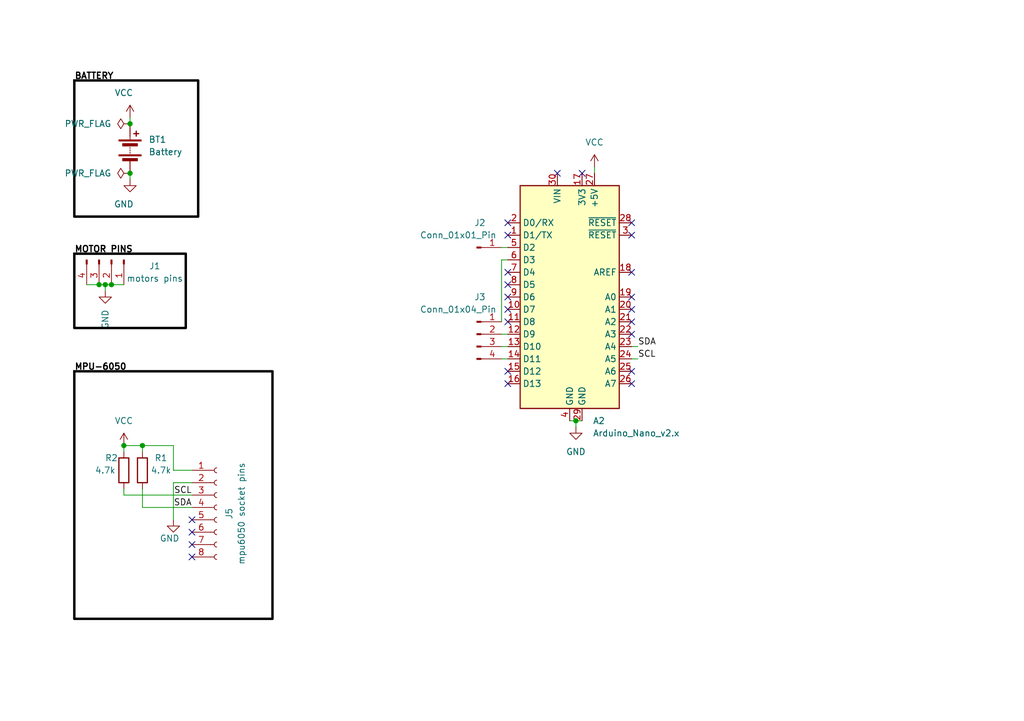
<source format=kicad_sch>
(kicad_sch (version 20230121) (generator eeschema)
  (paper "A5")
  (title_block (title "Arduino Nano Drone") (date "2023-09-20") (rev "0") (company "N/A") (comment 1 "N/A"))
  (lib_symbols
    (symbol "Connector:Conn_01x01_Pin" (pin_names (offset 1.016) hide)
      (property "Reference" "J" (at 0 2.54 0))
      (property "Value" "Conn_01x01_Pin" (at 0 -2.54 0))
      (symbol "Conn_01x01_Pin_1_1"
        (polyline (pts (xy 1.27 0) (xy 0.8636 0)) (stroke (width 0.1524)))
        (rectangle (start 0.8636 0.127) (end 0 -0.127) (stroke (width 0.1524)) (fill (type outline)))
        (pin passive line (at 5.08 0 180) (length 3.81) (name "Pin_1") (number "1"))
      )
    )
    (symbol "Connector:Conn_01x04_Pin" (pin_names (offset 1.016) hide)
      (property "Reference" "J" (at 0 5.08 0))
      (property "Value" "Conn_01x04_Pin" (at 0 -7.62 0))
      (symbol "Conn_01x04_Pin_1_1"
        (polyline (pts (xy 1.27 -5.08) (xy 0.8636 -5.08)) (stroke (width 0.1524)))
        (polyline (pts (xy 1.27 -2.54) (xy 0.8636 -2.54)) (stroke (width 0.1524)))
        (polyline (pts (xy 1.27 0) (xy 0.8636 0)) (stroke (width 0.1524)))
        (polyline (pts (xy 1.27 2.54) (xy 0.8636 2.54)) (stroke (width 0.1524)))
        (rectangle (start 0.8636 -4.953) (end 0 -5.207) (stroke (width 0.1524)) (fill (type outline)))
        (rectangle (start 0.8636 -2.413) (end 0 -2.667) (stroke (width 0.1524)) (fill (type outline)))
        (rectangle (start 0.8636 0.127) (end 0 -0.127) (stroke (width 0.1524)) (fill (type outline)))
        (rectangle (start 0.8636 2.667) (end 0 2.413) (stroke (width 0.1524)) (fill (type outline)))
        (pin passive line (at 5.08 2.54 180) (length 3.81) (name "Pin_1") (number "1"))
        (pin passive line (at 5.08 0 180) (length 3.81) (name "Pin_2") (number "2"))
        (pin passive line (at 5.08 -2.54 180) (length 3.81) (name "Pin_3") (number "3"))
        (pin passive line (at 5.08 -5.08 180) (length 3.81) (name "Pin_4") (number "4"))
      )
    )
    (symbol "Connector:Conn_01x08_Socket" (pin_names (offset 1.016) hide)
      (property "Reference" "J" (at 0 10.16 0))
      (property "Value" "Conn_01x08_Socket" (at 0 -12.7 0))
      (symbol "Conn_01x08_Socket_1_1"
        (arc (start 0 -9.652) (mid -0.5058 -10.16) (end 0 -10.668) (stroke (width 0.1524)))
        (arc (start 0 -7.112) (mid -0.5058 -7.62) (end 0 -8.128) (stroke (width 0.1524)))
        (arc (start 0 -4.572) (mid -0.5058 -5.08) (end 0 -5.588) (stroke (width 0.1524)))
        (arc (start 0 -2.032) (mid -0.5058 -2.54) (end 0 -3.048) (stroke (width 0.1524)))
        (polyline (pts (xy -1.27 -10.16) (xy -0.508 -10.16)) (stroke (width 0.1524)))
        (polyline (pts (xy -1.27 -7.62) (xy -0.508 -7.62)) (stroke (width 0.1524)))
        (polyline (pts (xy -1.27 -5.08) (xy -0.508 -5.08)) (stroke (width 0.1524)))
        (polyline (pts (xy -1.27 -2.54) (xy -0.508 -2.54)) (stroke (width 0.1524)))
        (polyline (pts (xy -1.27 0) (xy -0.508 0)) (stroke (width 0.1524)))
        (polyline (pts (xy -1.27 2.54) (xy -0.508 2.54)) (stroke (width 0.1524)))
        (polyline (pts (xy -1.27 5.08) (xy -0.508 5.08)) (stroke (width 0.1524)))
        (polyline (pts (xy -1.27 7.62) (xy -0.508 7.62)) (stroke (width 0.1524)))
        (arc (start 0 0.508) (mid -0.5058 0) (end 0 -0.508) (stroke (width 0.1524)))
        (arc (start 0 3.048) (mid -0.5058 2.54) (end 0 2.032) (stroke (width 0.1524)))
        (arc (start 0 5.588) (mid -0.5058 5.08) (end 0 4.572) (stroke (width 0.1524)))
        (arc (start 0 8.128) (mid -0.5058 7.62) (end 0 7.112) (stroke (width 0.1524)))
        (pin passive line (at -5.08 7.62 0) (length 3.81) (name "Pin_1") (number "1"))
        (pin passive line (at -5.08 5.08 0) (length 3.81) (name "Pin_2") (number "2"))
        (pin passive line (at -5.08 2.54 0) (length 3.81) (name "Pin_3") (number "3"))
        (pin passive line (at -5.08 0 0) (length 3.81) (name "Pin_4") (number "4"))
        (pin passive line (at -5.08 -2.54 0) (length 3.81) (name "Pin_5") (number "5"))
        (pin passive line (at -5.08 -5.08 0) (length 3.81) (name "Pin_6") (number "6"))
        (pin passive line (at -5.08 -7.62 0) (length 3.81) (name "Pin_7") (number "7"))
        (pin passive line (at -5.08 -10.16 0) (length 3.81) (name "Pin_8") (number "8"))
      )
    )
    (symbol "Device:Battery" (pin_numbers hide) (pin_names (offset 0) hide)
      (property "Reference" "BT" (at 2.54 2.54 0))
      (property "Value" "Battery" (at 2.54 0 0))
      (symbol "Battery_0_1"
        (rectangle (start -2.286 -1.27) (end 2.286 -1.524) (fill (type outline)))
        (rectangle (start -2.286 1.778) (end 2.286 1.524) (fill (type outline)))
        (rectangle (start -1.524 -2.032) (end 1.524 -2.54) (fill (type outline)))
        (rectangle (start -1.524 1.016) (end 1.524 0.508) (fill (type outline)))
        (polyline (pts (xy 0 -1.016) (xy 0 -0.762)))
        (polyline (pts (xy 0 -0.508) (xy 0 -0.254)))
        (polyline (pts (xy 0 0) (xy 0 0.254)))
        (polyline (pts (xy 0 1.778) (xy 0 2.54)))
        (polyline (pts (xy 0.762 3.048) (xy 1.778 3.048)) (stroke (width 0.254)))
        (polyline (pts (xy 1.27 3.556) (xy 1.27 2.54)) (stroke (width 0.254)))
      )
      (symbol "Battery_1_1"
        (pin passive line (at 0 5.08 270) (length 2.54) (name "+") (number "1"))
        (pin passive line (at 0 -5.08 90) (length 2.54) (name "-") (number "2"))
      )
    )
    (symbol "Device:R" (pin_numbers hide) (pin_names (offset 0))
      (property "Reference" "R" (at 2.032 0 90))
      (property "Value" "R" (at 0 0 90))
      (symbol "R_0_1"
        (rectangle (start -1.016 -2.54) (end 1.016 2.54) (stroke (width 0.254)))
      )
      (symbol "R_1_1"
        (pin passive line (at 0 3.81 270) (length 1.27) (name "~") (number "1"))
        (pin passive line (at 0 -3.81 90) (length 1.27) (name "~") (number "2"))
      )
    )
    (symbol "MCU_Module:Arduino_Nano_v2.x"
      (property "Reference" "A2" (at 4.7341 -25.4 0))
      (property "Value" "Arduino_Nano_v2.x" (at 4.7341 -27.94 0))
      (symbol "Arduino_Nano_v2.x_0_1"
        (rectangle (start -10.16 22.86) (end 10.16 -22.86) (stroke (width 0.254)) (fill (type background)))
      )
      (symbol "Arduino_Nano_v2.x_1_1"
        (pin bidirectional line (at -12.7 12.7 0) (length 2.54) (name "D1/TX") (number "1"))
        (pin bidirectional line (at -12.7 -2.54 0) (length 2.54) (name "D7") (number "10"))
        (pin bidirectional line (at -12.7 -5.08 0) (length 2.54) (name "D8") (number "11"))
        (pin bidirectional line (at -12.7 -7.62 0) (length 2.54) (name "D9") (number "12"))
        (pin bidirectional line (at -12.7 -10.16 0) (length 2.54) (name "D10") (number "13"))
        (pin bidirectional line (at -12.7 -12.7 0) (length 2.54) (name "D11") (number "14"))
        (pin bidirectional line (at -12.7 -15.24 0) (length 2.54) (name "D12") (number "15"))
        (pin bidirectional line (at -12.7 -17.78 0) (length 2.54) (name "D13") (number "16"))
        (pin power_out line (at 2.54 25.4 270) (length 2.54) (name "3V3") (number "17"))
        (pin input line (at 12.7 5.08 180) (length 2.54) (name "AREF") (number "18"))
        (pin bidirectional line (at 12.7 0 180) (length 2.54) (name "A0") (number "19"))
        (pin bidirectional line (at -12.7 15.24 0) (length 2.54) (name "D0/RX") (number "2"))
        (pin bidirectional line (at 12.7 -2.54 180) (length 2.54) (name "A1") (number "20"))
        (pin bidirectional line (at 12.7 -5.08 180) (length 2.54) (name "A2") (number "21"))
        (pin bidirectional line (at 12.7 -7.62 180) (length 2.54) (name "A3") (number "22"))
        (pin bidirectional line (at 12.7 -10.16 180) (length 2.54) (name "A4") (number "23"))
        (pin bidirectional line (at 12.7 -12.7 180) (length 2.54) (name "A5") (number "24"))
        (pin bidirectional line (at 12.7 -15.24 180) (length 2.54) (name "A6") (number "25"))
        (pin bidirectional line (at 12.7 -17.78 180) (length 2.54) (name "A7") (number "26"))
        (pin power_in line (at 5.08 25.4 270) (length 2.54) (name "+5V") (number "27"))
        (pin input line (at 12.7 15.24 180) (length 2.54) (name "~{RESET}") (number "28"))
        (pin power_in line (at 2.54 -25.4 90) (length 2.54) (name "GND") (number "29"))
        (pin input line (at 12.7 12.7 180) (length 2.54) (name "~{RESET}") (number "3"))
        (pin power_in line (at -2.54 25.4 270) (length 2.54) (name "VIN") (number "30"))
        (pin power_in line (at 0 -25.4 90) (length 2.54) (name "GND") (number "4"))
        (pin bidirectional line (at -12.7 10.16 0) (length 2.54) (name "D2") (number "5"))
        (pin bidirectional line (at -12.7 7.62 0) (length 2.54) (name "D3") (number "6"))
        (pin bidirectional line (at -12.7 5.08 0) (length 2.54) (name "D4") (number "7"))
        (pin bidirectional line (at -12.7 2.54 0) (length 2.54) (name "D5") (number "8"))
        (pin bidirectional line (at -12.7 0 0) (length 2.54) (name "D6") (number "9"))
      )
    )
    (symbol "power:GND" (power) (pin_names (offset 0))
      (property "Value" "GND" (at 0 -3.81 0))
      (symbol "GND_0_1"
        (polyline (pts (xy 0 0) (xy 0 -1.27) (xy 1.27 -1.27) (xy 0 -2.54) (xy -1.27 -1.27) (xy 0 -1.27)))
      )
      (symbol "GND_1_1"
        (pin power_in line (at 0 0 270) (length 0) hide (name "GND") (number "1"))
      )
    )
    (symbol "power:PWR_FLAG" (power) (pin_numbers hide) (pin_names (offset 0) hide)
      (property "Value" "PWR_FLAG" (at 0 3.81 0))
      (symbol "PWR_FLAG_0_0"
        (pin power_out line (at 0 0 90) (length 0) (name "pwr") (number "1"))
      )
      (symbol "PWR_FLAG_0_1"
        (polyline (pts (xy 0 0) (xy 0 1.27) (xy -1.016 1.905) (xy 0 2.54) (xy 1.016 1.905) (xy 0 1.27)))
      )
    )
    (symbol "power:VCC" (power) (pin_names (offset 0))
      (property "Value" "VCC" (at 0 3.81 0))
      (symbol "VCC_0_1"
        (polyline (pts (xy -0.762 1.27) (xy 0 2.54)))
        (polyline (pts (xy 0 0) (xy 0 2.54)))
        (polyline (pts (xy 0 2.54) (xy 0.762 1.27)))
      )
      (symbol "VCC_1_1"
        (pin power_in line (at 0 0 90) (length 0) hide (name "VCC") (number "1"))
      )
    )
  )
  (junction (at 22.86 58.42))
  (junction (at 29.21 91.44))
  (junction (at 20.32 58.42))
  (junction (at 26.67 35.56))
  (junction (at 25.4 91.44))
  (junction (at 21.59 58.42))
  (junction (at 26.67 25.4))
  (junction (at 118.11 86.36))
  (no_connect (at 129.54 68.58))
  (no_connect (at 129.54 76.2))
  (no_connect (at 39.37 111.76))
  (no_connect (at 129.54 48.26))
  (no_connect (at 39.37 109.22))
  (no_connect (at 39.37 106.68))
  (no_connect (at 104.14 63.5))
  (no_connect (at 129.54 66.04))
  (no_connect (at 129.54 60.96))
  (no_connect (at 129.54 63.5))
  (no_connect (at 104.14 76.2))
  (no_connect (at 129.54 78.74))
  (no_connect (at 129.54 55.88))
  (no_connect (at 104.14 66.04))
  (no_connect (at 104.14 78.74))
  (no_connect (at 104.14 60.96))
  (no_connect (at 114.3 35.56))
  (no_connect (at 104.14 45.72))
  (no_connect (at 39.37 114.3))
  (no_connect (at 104.14 55.88))
  (no_connect (at 129.54 45.72))
  (no_connect (at 104.14 48.26))
  (no_connect (at 119.38 35.56))
  (no_connect (at 104.14 58.42))
  (wire (pts (xy 118.11 86.36) (xy 119.38 86.36)))
  (wire (pts (xy 29.21 91.44) (xy 29.21 92.71)))
  (wire (pts (xy 26.67 24.13) (xy 26.67 25.4)))
  (wire (pts (xy 102.87 53.34) (xy 104.14 53.34)))
  (wire (pts (xy 25.4 91.44) (xy 25.4 92.71)))
  (wire (pts (xy 25.4 58.42) (xy 22.86 58.42)))
  (wire (pts (xy 129.54 73.66) (xy 130.81 73.66)))
  (wire (pts (xy 102.87 50.8) (xy 104.14 50.8)))
  (wire (pts (xy 121.92 34.29) (xy 121.92 35.56)))
  (wire (pts (xy 25.4 101.6) (xy 25.4 100.33)))
  (wire (pts (xy 25.4 91.44) (xy 29.21 91.44)))
  (wire (pts (xy 102.87 73.66) (xy 104.14 73.66)))
  (wire (pts (xy 26.67 35.56) (xy 26.67 36.83)))
  (wire (pts (xy 39.37 104.14) (xy 29.21 104.14)))
  (wire (pts (xy 102.87 68.58) (xy 104.14 68.58)))
  (wire (pts (xy 35.56 91.44) (xy 35.56 96.52)))
  (wire (pts (xy 35.56 96.52) (xy 39.37 96.52)))
  (wire (pts (xy 29.21 104.14) (xy 29.21 100.33)))
  (wire (pts (xy 25.4 101.6) (xy 39.37 101.6)))
  (wire (pts (xy 129.54 71.12) (xy 130.81 71.12)))
  (wire (pts (xy 35.56 106.68) (xy 35.56 99.06)))
  (wire (pts (xy 22.86 58.42) (xy 21.59 58.42)))
  (wire (pts (xy 21.59 58.42) (xy 20.32 58.42)))
  (wire (pts (xy 102.87 66.04) (xy 102.87 53.34)))
  (wire (pts (xy 29.21 91.44) (xy 35.56 91.44)))
  (wire (pts (xy 118.11 86.36) (xy 118.11 87.63)))
  (wire (pts (xy 35.56 99.06) (xy 39.37 99.06)))
  (wire (pts (xy 102.87 71.12) (xy 104.14 71.12)))
  (wire (pts (xy 21.59 58.42) (xy 21.59 59.69)))
  (wire (pts (xy 20.32 58.42) (xy 17.78 58.42)))
  (wire (pts (xy 116.84 86.36) (xy 118.11 86.36)))
  (rectangle (start 15.24 52.07) (end 38.1 67.31) (stroke (width 0.5) (color 0 0 0 1)))
  (rectangle (start 15.24 16.51) (end 40.64 44.45) (stroke (width 0.5) (color 0 0 0 1)))
  (rectangle (start 15.24 76.2) (end 55.88 127) (stroke (width 0.5) (color 0 0 0 1)))
  (text "MPU-6050" (at 15.24 76.2 0) (effects (font (size 1.27 1.27) (thickness 0.254) bold) (justify left bottom)))
  (text "BATTERY" (at 15.24 16.51 0) (effects (font (size 1.27 1.27) (thickness 0.254) bold) (justify left bottom)))
  (text "MOTOR PINS" (at 15.24 52.07 0) (effects (font (size 1.27 1.27) (thickness 0.254) bold) (justify left bottom)))
  (label "SDA" (at 39.37 104.14 180))
  (label "SDA" (at 130.81 71.12 0))
  (label "SCL" (at 39.37 101.6 180))
  (label "SCL" (at 130.81 73.66 0))
  (symbol (lib_id "power:PWR_FLAG") (at 26.67 25.4 90) (unit 1)
    (property "Reference" "#FLG01" (effects hide))
    (property "Value" "PWR_FLAG" (at 22.86 25.4 90) (effects (justify left)))
  )
  (symbol (lib_id "Connector:Conn_01x01_Pin") (at 97.79 50.8 0) (unit 1)
    (property "Reference" "J2" (at 98.425 45.72 0))
    (property "Value" "Conn_01x01_Pin" (at 93.98 48.26 0))
    (property "Footprint" "Connector_PinHeader_2.54mm:PinHeader_1x01_P2.54mm_Vertical" (effects hide))
  )
  (symbol (lib_id "power:VCC") (at 25.4 91.44 0) (unit 1)
    (property "Reference" "#PWR07" (effects hide))
    (property "Value" "VCC" (at 25.4 86.36 0))
  )
  (symbol (lib_id "power:GND") (at 35.56 106.68 0) (unit 1)
    (property "Reference" "#PWR03" (effects hide))
    (property "Value" "GND" (at 36.83 110.49 0) (effects (justify right)))
  )
  (symbol (lib_id "Connector:Conn_01x08_Socket") (at 44.45 104.14 0) (unit 1)
    (property "Reference" "J5" (at 46.99 105.41 90))
    (property "Value" "mpu6050 socket pins" (at 49.53 105.41 90))
    (property "Footprint" "Connector_PinSocket_2.54mm:PinSocket_1x08_P2.54mm_Vertical" (effects hide))
  )
  (symbol (lib_id "power:VCC") (at 121.92 34.29 0) (unit 1)
    (property "Reference" "#PWR06" (effects hide))
    (property "Value" "VCC" (at 121.92 29.21 0))
  )
  (symbol (lib_id "MCU_Module:Arduino_Nano_v2.x") (at 116.84 60.96 0) (unit 1)
    (property "Reference" "A2" (at 121.5741 86.36 0) (effects (justify left)))
    (property "Value" "Arduino_Nano_v2.x" (at 121.5741 88.9 0) (effects (justify left)))
    (property "Footprint" "Module:Arduino_Nano" (effects hide))
    (property "Datasheet" "https://www.arduino.cc/en/uploads/Main/ArduinoNanoManual23.pdf" (effects hide))
  )
  (symbol (lib_id "Device:R") (at 29.21 96.52 0) (unit 1)
    (property "Reference" "R1" (at 33.02 93.98 0))
    (property "Value" "4.7k" (at 33.02 96.52 0))
    (property "Footprint" "Resistor_THT:R_Axial_DIN0204_L3.6mm_D1.6mm_P7.62mm_Horizontal" (effects hide))
  )
  (symbol (lib_id "power:VCC") (at 26.67 24.13 0) (unit 1)
    (property "Reference" "#PWR01" (effects hide))
    (property "Value" "VCC" (at 25.4 19.05 0))
  )
  (symbol (lib_id "power:PWR_FLAG") (at 26.67 35.56 90) (unit 1)
    (property "Reference" "#FLG02" (effects hide))
    (property "Value" "PWR_FLAG" (at 22.86 35.56 90) (effects (justify left)))
  )
  (symbol (lib_id "Device:Battery") (at 26.67 30.48 0) (unit 1)
    (property "Reference" "BT1" (at 30.48 28.6385 0) (effects (justify left)))
    (property "Value" "Battery" (at 30.48 31.1785 0) (effects (justify left)))
    (property "Footprint" "Connector_PinHeader_2.54mm:PinHeader_1x02_P2.54mm_Vertical" (effects hide))
  )
  (symbol (lib_id "Connector:Conn_01x04_Pin") (at 97.79 68.58 0) (unit 1)
    (property "Reference" "J3" (at 98.425 60.96 0))
    (property "Value" "Conn_01x04_Pin" (at 93.98 63.5 0))
    (property "Footprint" "Connector_PinHeader_2.54mm:PinHeader_1x04_P2.54mm_Vertical" (effects hide))
  )
  (symbol (lib_id "power:GND") (at 118.11 87.63 0) (unit 1)
    (property "Reference" "#PWR04" (effects hide))
    (property "Value" "GND" (at 118.11 92.71 0))
  )
  (symbol (lib_id "Connector:Conn_01x04_Pin") (at 22.86 53.34 270) (unit 1)
    (property "Reference" "J1" (at 31.75 54.61 90))
    (property "Value" "motors pins" (at 31.75 57.15 90))
    (property "Footprint" "Connector_PinHeader_2.54mm:PinHeader_1x04_P2.54mm_Vertical" (effects hide))
  )
  (symbol (lib_id "Device:R") (at 25.4 96.52 0) (unit 1)
    (property "Reference" "R2" (at 22.86 93.98 0))
    (property "Value" "4.7k" (at 21.59 96.52 0))
    (property "Footprint" "Resistor_THT:R_Axial_DIN0204_L3.6mm_D1.6mm_P7.62mm_Horizontal" (effects hide))
  )
  (symbol (lib_id "power:GND") (at 21.59 59.69 0) (unit 1)
    (property "Reference" "#PWR05" (effects hide))
    (property "Value" "GND" (at 21.59 63.5 90) (effects (justify right)))
  )
  (symbol (lib_id "power:GND") (at 26.67 36.83 0) (unit 1)
    (property "Reference" "#PWR02" (effects hide))
    (property "Value" "GND" (at 25.4 41.91 0))
  )
)
</source>
